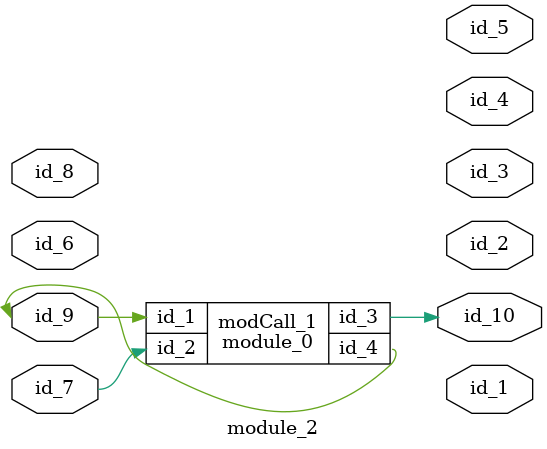
<source format=v>
module module_0 (
    id_1,
    id_2,
    id_3,
    id_4
);
  output wire id_4;
  output wire id_3;
  input wire id_2;
  input wire id_1;
endmodule
module module_1 (
    output wor id_0
);
  wire id_2 = id_2, id_3;
  wire id_5;
  wire id_6, id_7, id_8, id_9;
  module_0 modCall_1 (
      id_3,
      id_7,
      id_7,
      id_2
  );
endmodule
module module_2 (
    id_1,
    id_2,
    id_3,
    id_4,
    id_5,
    id_6,
    id_7,
    id_8,
    id_9,
    id_10
);
  output wire id_10;
  inout wire id_9;
  input wire id_8;
  input wire id_7;
  input wire id_6;
  output wire id_5;
  output wire id_4;
  output wire id_3;
  output wire id_2;
  output wire id_1;
  genvar id_11;
  module_0 modCall_1 (
      id_9,
      id_7,
      id_10,
      id_9
  );
  wire id_12;
endmodule

</source>
